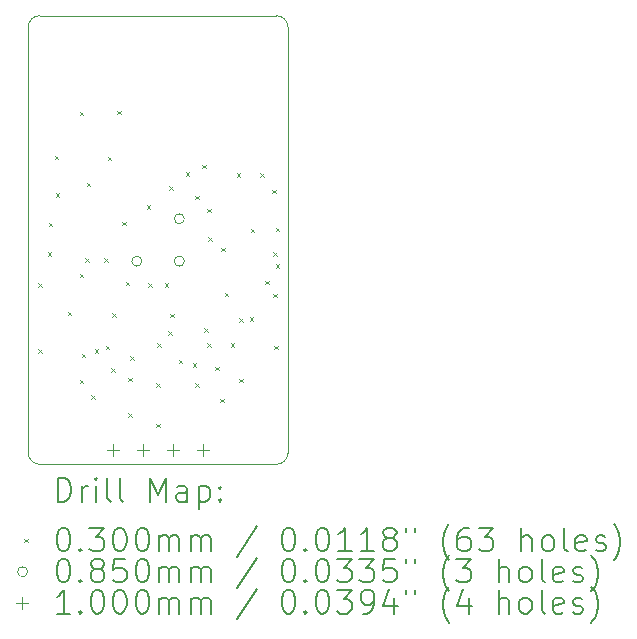
<source format=gbr>
%FSLAX45Y45*%
G04 Gerber Fmt 4.5, Leading zero omitted, Abs format (unit mm)*
G04 Created by KiCad (PCBNEW (6.0.2)) date 2022-05-16 11:26:37*
%MOMM*%
%LPD*%
G01*
G04 APERTURE LIST*
%TA.AperFunction,Profile*%
%ADD10C,0.100000*%
%TD*%
%ADD11C,0.200000*%
%ADD12C,0.030000*%
%ADD13C,0.085000*%
%ADD14C,0.100000*%
G04 APERTURE END LIST*
D10*
X0Y100000D02*
G75*
G03*
X100000Y0I100000J0D01*
G01*
X100000Y3800000D02*
X2100000Y3800000D01*
X2100000Y0D02*
X100000Y0D01*
X100000Y3800000D02*
G75*
G03*
X0Y3700000I0J-100000D01*
G01*
X2200000Y3700000D02*
X2200000Y100000D01*
X0Y100000D02*
X0Y3700000D01*
X2100000Y0D02*
G75*
G03*
X2200000Y100000I0J100000D01*
G01*
X2200000Y3700000D02*
G75*
G03*
X2100000Y3800000I-100000J0D01*
G01*
D11*
D12*
X85000Y1535000D02*
X115000Y1505000D01*
X115000Y1535000D02*
X85000Y1505000D01*
X85000Y975000D02*
X115000Y945000D01*
X115000Y975000D02*
X85000Y945000D01*
X165000Y1795000D02*
X195000Y1765000D01*
X195000Y1795000D02*
X165000Y1765000D01*
X175000Y2045000D02*
X205000Y2015000D01*
X205000Y2045000D02*
X175000Y2015000D01*
X225000Y2615000D02*
X255000Y2585000D01*
X255000Y2615000D02*
X225000Y2585000D01*
X235000Y2295000D02*
X265000Y2265000D01*
X265000Y2295000D02*
X235000Y2265000D01*
X336000Y1294000D02*
X366000Y1264000D01*
X366000Y1294000D02*
X336000Y1264000D01*
X435000Y2985000D02*
X465000Y2955000D01*
X465000Y2985000D02*
X435000Y2955000D01*
X435000Y1615000D02*
X465000Y1585000D01*
X465000Y1615000D02*
X435000Y1585000D01*
X435000Y715000D02*
X465000Y685000D01*
X465000Y715000D02*
X435000Y685000D01*
X455000Y935000D02*
X485000Y905000D01*
X485000Y935000D02*
X455000Y905000D01*
X485000Y1745000D02*
X515000Y1715000D01*
X515000Y1745000D02*
X485000Y1715000D01*
X495000Y2385000D02*
X525000Y2355000D01*
X525000Y2385000D02*
X495000Y2355000D01*
X535000Y585000D02*
X565000Y555000D01*
X565000Y585000D02*
X535000Y555000D01*
X565000Y975000D02*
X595000Y945000D01*
X595000Y975000D02*
X565000Y945000D01*
X645000Y1745000D02*
X675000Y1715000D01*
X675000Y1745000D02*
X645000Y1715000D01*
X655000Y1005000D02*
X685000Y975000D01*
X685000Y1005000D02*
X655000Y975000D01*
X675000Y2605000D02*
X705000Y2575000D01*
X705000Y2605000D02*
X675000Y2575000D01*
X705000Y815000D02*
X735000Y785000D01*
X735000Y815000D02*
X705000Y785000D01*
X711500Y1278500D02*
X741500Y1248500D01*
X741500Y1278500D02*
X711500Y1248500D01*
X755000Y2995000D02*
X785000Y2965000D01*
X785000Y2995000D02*
X755000Y2965000D01*
X795000Y2055000D02*
X825000Y2025000D01*
X825000Y2055000D02*
X795000Y2025000D01*
X825000Y1545000D02*
X855000Y1515000D01*
X855000Y1545000D02*
X825000Y1515000D01*
X845000Y735000D02*
X875000Y705000D01*
X875000Y735000D02*
X845000Y705000D01*
X845000Y435000D02*
X875000Y405000D01*
X875000Y435000D02*
X845000Y405000D01*
X865000Y915000D02*
X895000Y885000D01*
X895000Y915000D02*
X865000Y885000D01*
X1005000Y2195000D02*
X1035000Y2165000D01*
X1035000Y2195000D02*
X1005000Y2165000D01*
X1015000Y1535000D02*
X1045000Y1505000D01*
X1045000Y1535000D02*
X1015000Y1505000D01*
X1085000Y685000D02*
X1115000Y655000D01*
X1115000Y685000D02*
X1085000Y655000D01*
X1085000Y345000D02*
X1115000Y315000D01*
X1115000Y345000D02*
X1085000Y315000D01*
X1095000Y1025000D02*
X1125000Y995000D01*
X1125000Y1025000D02*
X1095000Y995000D01*
X1155000Y1535000D02*
X1185000Y1505000D01*
X1185000Y1535000D02*
X1155000Y1505000D01*
X1185000Y1125000D02*
X1215000Y1095000D01*
X1215000Y1125000D02*
X1185000Y1095000D01*
X1195000Y2355000D02*
X1225000Y2325000D01*
X1225000Y2355000D02*
X1195000Y2325000D01*
X1205000Y1275000D02*
X1235000Y1245000D01*
X1235000Y1275000D02*
X1205000Y1245000D01*
X1275000Y885000D02*
X1305000Y855000D01*
X1305000Y885000D02*
X1275000Y855000D01*
X1335000Y2475000D02*
X1365000Y2445000D01*
X1365000Y2475000D02*
X1335000Y2445000D01*
X1395000Y855000D02*
X1425000Y825000D01*
X1425000Y855000D02*
X1395000Y825000D01*
X1415000Y2275000D02*
X1445000Y2245000D01*
X1445000Y2275000D02*
X1415000Y2245000D01*
X1415000Y685000D02*
X1445000Y655000D01*
X1445000Y685000D02*
X1415000Y655000D01*
X1475000Y2535000D02*
X1505000Y2505000D01*
X1505000Y2535000D02*
X1475000Y2505000D01*
X1491500Y1151500D02*
X1521500Y1121500D01*
X1521500Y1151500D02*
X1491500Y1121500D01*
X1515000Y2165000D02*
X1545000Y2135000D01*
X1545000Y2165000D02*
X1515000Y2135000D01*
X1515000Y1025000D02*
X1545000Y995000D01*
X1545000Y1025000D02*
X1515000Y995000D01*
X1525000Y1925000D02*
X1555000Y1895000D01*
X1555000Y1925000D02*
X1525000Y1895000D01*
X1585000Y825000D02*
X1615000Y795000D01*
X1615000Y825000D02*
X1585000Y795000D01*
X1625000Y555000D02*
X1655000Y525000D01*
X1655000Y555000D02*
X1625000Y525000D01*
X1635000Y1835000D02*
X1665000Y1805000D01*
X1665000Y1835000D02*
X1635000Y1805000D01*
X1665000Y1455000D02*
X1695000Y1425000D01*
X1695000Y1455000D02*
X1665000Y1425000D01*
X1715000Y1025000D02*
X1745000Y995000D01*
X1745000Y1025000D02*
X1715000Y995000D01*
X1765000Y2465000D02*
X1795000Y2435000D01*
X1795000Y2465000D02*
X1765000Y2435000D01*
X1785000Y1235000D02*
X1815000Y1205000D01*
X1815000Y1235000D02*
X1785000Y1205000D01*
X1785000Y725000D02*
X1815000Y695000D01*
X1815000Y725000D02*
X1785000Y695000D01*
X1875000Y1245000D02*
X1905000Y1215000D01*
X1905000Y1245000D02*
X1875000Y1215000D01*
X1885000Y1995000D02*
X1915000Y1965000D01*
X1915000Y1995000D02*
X1885000Y1965000D01*
X1965000Y2465000D02*
X1995000Y2435000D01*
X1995000Y2465000D02*
X1965000Y2435000D01*
X2005000Y1555000D02*
X2035000Y1525000D01*
X2035000Y1555000D02*
X2005000Y1525000D01*
X2065000Y2325000D02*
X2095000Y2295000D01*
X2095000Y2325000D02*
X2065000Y2295000D01*
X2075000Y1795000D02*
X2105000Y1765000D01*
X2105000Y1795000D02*
X2075000Y1765000D01*
X2075000Y1445000D02*
X2105000Y1415000D01*
X2105000Y1445000D02*
X2075000Y1415000D01*
X2085000Y1005000D02*
X2115000Y975000D01*
X2115000Y1005000D02*
X2085000Y975000D01*
X2095000Y2005000D02*
X2125000Y1975000D01*
X2125000Y2005000D02*
X2095000Y1975000D01*
X2095000Y1695000D02*
X2125000Y1665000D01*
X2125000Y1695000D02*
X2095000Y1665000D01*
D13*
X962895Y1720395D02*
G75*
G03*
X962895Y1720395I-42500J0D01*
G01*
X1322105Y2079605D02*
G75*
G03*
X1322105Y2079605I-42500J0D01*
G01*
X1322105Y1720395D02*
G75*
G03*
X1322105Y1720395I-42500J0D01*
G01*
D14*
X719000Y170000D02*
X719000Y70000D01*
X669000Y120000D02*
X769000Y120000D01*
X973000Y170000D02*
X973000Y70000D01*
X923000Y120000D02*
X1023000Y120000D01*
X1227000Y170000D02*
X1227000Y70000D01*
X1177000Y120000D02*
X1277000Y120000D01*
X1481000Y170000D02*
X1481000Y70000D01*
X1431000Y120000D02*
X1531000Y120000D01*
D11*
X252619Y-315476D02*
X252619Y-115476D01*
X300238Y-115476D01*
X328810Y-125000D01*
X347857Y-144048D01*
X357381Y-163095D01*
X366905Y-201190D01*
X366905Y-229762D01*
X357381Y-267857D01*
X347857Y-286905D01*
X328810Y-305952D01*
X300238Y-315476D01*
X252619Y-315476D01*
X452619Y-315476D02*
X452619Y-182143D01*
X452619Y-220238D02*
X462143Y-201190D01*
X471667Y-191667D01*
X490714Y-182143D01*
X509762Y-182143D01*
X576429Y-315476D02*
X576429Y-182143D01*
X576429Y-115476D02*
X566905Y-125000D01*
X576429Y-134524D01*
X585952Y-125000D01*
X576429Y-115476D01*
X576429Y-134524D01*
X700238Y-315476D02*
X681190Y-305952D01*
X671667Y-286905D01*
X671667Y-115476D01*
X805000Y-315476D02*
X785952Y-305952D01*
X776428Y-286905D01*
X776428Y-115476D01*
X1033571Y-315476D02*
X1033571Y-115476D01*
X1100238Y-258333D01*
X1166905Y-115476D01*
X1166905Y-315476D01*
X1347857Y-315476D02*
X1347857Y-210714D01*
X1338333Y-191667D01*
X1319286Y-182143D01*
X1281190Y-182143D01*
X1262143Y-191667D01*
X1347857Y-305952D02*
X1328810Y-315476D01*
X1281190Y-315476D01*
X1262143Y-305952D01*
X1252619Y-286905D01*
X1252619Y-267857D01*
X1262143Y-248809D01*
X1281190Y-239286D01*
X1328810Y-239286D01*
X1347857Y-229762D01*
X1443095Y-182143D02*
X1443095Y-382143D01*
X1443095Y-191667D02*
X1462143Y-182143D01*
X1500238Y-182143D01*
X1519286Y-191667D01*
X1528809Y-201190D01*
X1538333Y-220238D01*
X1538333Y-277381D01*
X1528809Y-296429D01*
X1519286Y-305952D01*
X1500238Y-315476D01*
X1462143Y-315476D01*
X1443095Y-305952D01*
X1624048Y-296429D02*
X1633571Y-305952D01*
X1624048Y-315476D01*
X1614524Y-305952D01*
X1624048Y-296429D01*
X1624048Y-315476D01*
X1624048Y-191667D02*
X1633571Y-201190D01*
X1624048Y-210714D01*
X1614524Y-201190D01*
X1624048Y-191667D01*
X1624048Y-210714D01*
D12*
X-35000Y-630000D02*
X-5000Y-660000D01*
X-5000Y-630000D02*
X-35000Y-660000D01*
D11*
X290714Y-535476D02*
X309762Y-535476D01*
X328810Y-545000D01*
X338333Y-554524D01*
X347857Y-573571D01*
X357381Y-611667D01*
X357381Y-659286D01*
X347857Y-697381D01*
X338333Y-716428D01*
X328810Y-725952D01*
X309762Y-735476D01*
X290714Y-735476D01*
X271667Y-725952D01*
X262143Y-716428D01*
X252619Y-697381D01*
X243095Y-659286D01*
X243095Y-611667D01*
X252619Y-573571D01*
X262143Y-554524D01*
X271667Y-545000D01*
X290714Y-535476D01*
X443095Y-716428D02*
X452619Y-725952D01*
X443095Y-735476D01*
X433571Y-725952D01*
X443095Y-716428D01*
X443095Y-735476D01*
X519286Y-535476D02*
X643095Y-535476D01*
X576429Y-611667D01*
X605000Y-611667D01*
X624048Y-621190D01*
X633571Y-630714D01*
X643095Y-649762D01*
X643095Y-697381D01*
X633571Y-716428D01*
X624048Y-725952D01*
X605000Y-735476D01*
X547857Y-735476D01*
X528810Y-725952D01*
X519286Y-716428D01*
X766905Y-535476D02*
X785952Y-535476D01*
X805000Y-545000D01*
X814524Y-554524D01*
X824048Y-573571D01*
X833571Y-611667D01*
X833571Y-659286D01*
X824048Y-697381D01*
X814524Y-716428D01*
X805000Y-725952D01*
X785952Y-735476D01*
X766905Y-735476D01*
X747857Y-725952D01*
X738333Y-716428D01*
X728809Y-697381D01*
X719286Y-659286D01*
X719286Y-611667D01*
X728809Y-573571D01*
X738333Y-554524D01*
X747857Y-545000D01*
X766905Y-535476D01*
X957381Y-535476D02*
X976428Y-535476D01*
X995476Y-545000D01*
X1005000Y-554524D01*
X1014524Y-573571D01*
X1024048Y-611667D01*
X1024048Y-659286D01*
X1014524Y-697381D01*
X1005000Y-716428D01*
X995476Y-725952D01*
X976428Y-735476D01*
X957381Y-735476D01*
X938333Y-725952D01*
X928809Y-716428D01*
X919286Y-697381D01*
X909762Y-659286D01*
X909762Y-611667D01*
X919286Y-573571D01*
X928809Y-554524D01*
X938333Y-545000D01*
X957381Y-535476D01*
X1109762Y-735476D02*
X1109762Y-602143D01*
X1109762Y-621190D02*
X1119286Y-611667D01*
X1138333Y-602143D01*
X1166905Y-602143D01*
X1185952Y-611667D01*
X1195476Y-630714D01*
X1195476Y-735476D01*
X1195476Y-630714D02*
X1205000Y-611667D01*
X1224048Y-602143D01*
X1252619Y-602143D01*
X1271667Y-611667D01*
X1281190Y-630714D01*
X1281190Y-735476D01*
X1376429Y-735476D02*
X1376429Y-602143D01*
X1376429Y-621190D02*
X1385952Y-611667D01*
X1405000Y-602143D01*
X1433571Y-602143D01*
X1452619Y-611667D01*
X1462143Y-630714D01*
X1462143Y-735476D01*
X1462143Y-630714D02*
X1471667Y-611667D01*
X1490714Y-602143D01*
X1519286Y-602143D01*
X1538333Y-611667D01*
X1547857Y-630714D01*
X1547857Y-735476D01*
X1938333Y-525952D02*
X1766905Y-783095D01*
X2195476Y-535476D02*
X2214524Y-535476D01*
X2233571Y-545000D01*
X2243095Y-554524D01*
X2252619Y-573571D01*
X2262143Y-611667D01*
X2262143Y-659286D01*
X2252619Y-697381D01*
X2243095Y-716428D01*
X2233571Y-725952D01*
X2214524Y-735476D01*
X2195476Y-735476D01*
X2176429Y-725952D01*
X2166905Y-716428D01*
X2157381Y-697381D01*
X2147857Y-659286D01*
X2147857Y-611667D01*
X2157381Y-573571D01*
X2166905Y-554524D01*
X2176429Y-545000D01*
X2195476Y-535476D01*
X2347857Y-716428D02*
X2357381Y-725952D01*
X2347857Y-735476D01*
X2338333Y-725952D01*
X2347857Y-716428D01*
X2347857Y-735476D01*
X2481190Y-535476D02*
X2500238Y-535476D01*
X2519286Y-545000D01*
X2528810Y-554524D01*
X2538333Y-573571D01*
X2547857Y-611667D01*
X2547857Y-659286D01*
X2538333Y-697381D01*
X2528810Y-716428D01*
X2519286Y-725952D01*
X2500238Y-735476D01*
X2481190Y-735476D01*
X2462143Y-725952D01*
X2452619Y-716428D01*
X2443095Y-697381D01*
X2433571Y-659286D01*
X2433571Y-611667D01*
X2443095Y-573571D01*
X2452619Y-554524D01*
X2462143Y-545000D01*
X2481190Y-535476D01*
X2738333Y-735476D02*
X2624048Y-735476D01*
X2681190Y-735476D02*
X2681190Y-535476D01*
X2662143Y-564048D01*
X2643095Y-583095D01*
X2624048Y-592619D01*
X2928809Y-735476D02*
X2814524Y-735476D01*
X2871667Y-735476D02*
X2871667Y-535476D01*
X2852619Y-564048D01*
X2833571Y-583095D01*
X2814524Y-592619D01*
X3043095Y-621190D02*
X3024048Y-611667D01*
X3014524Y-602143D01*
X3005000Y-583095D01*
X3005000Y-573571D01*
X3014524Y-554524D01*
X3024048Y-545000D01*
X3043095Y-535476D01*
X3081190Y-535476D01*
X3100238Y-545000D01*
X3109762Y-554524D01*
X3119286Y-573571D01*
X3119286Y-583095D01*
X3109762Y-602143D01*
X3100238Y-611667D01*
X3081190Y-621190D01*
X3043095Y-621190D01*
X3024048Y-630714D01*
X3014524Y-640238D01*
X3005000Y-659286D01*
X3005000Y-697381D01*
X3014524Y-716428D01*
X3024048Y-725952D01*
X3043095Y-735476D01*
X3081190Y-735476D01*
X3100238Y-725952D01*
X3109762Y-716428D01*
X3119286Y-697381D01*
X3119286Y-659286D01*
X3109762Y-640238D01*
X3100238Y-630714D01*
X3081190Y-621190D01*
X3195476Y-535476D02*
X3195476Y-573571D01*
X3271667Y-535476D02*
X3271667Y-573571D01*
X3566905Y-811667D02*
X3557381Y-802143D01*
X3538333Y-773571D01*
X3528809Y-754524D01*
X3519286Y-725952D01*
X3509762Y-678333D01*
X3509762Y-640238D01*
X3519286Y-592619D01*
X3528809Y-564048D01*
X3538333Y-545000D01*
X3557381Y-516428D01*
X3566905Y-506905D01*
X3728809Y-535476D02*
X3690714Y-535476D01*
X3671667Y-545000D01*
X3662143Y-554524D01*
X3643095Y-583095D01*
X3633571Y-621190D01*
X3633571Y-697381D01*
X3643095Y-716428D01*
X3652619Y-725952D01*
X3671667Y-735476D01*
X3709762Y-735476D01*
X3728809Y-725952D01*
X3738333Y-716428D01*
X3747857Y-697381D01*
X3747857Y-649762D01*
X3738333Y-630714D01*
X3728809Y-621190D01*
X3709762Y-611667D01*
X3671667Y-611667D01*
X3652619Y-621190D01*
X3643095Y-630714D01*
X3633571Y-649762D01*
X3814524Y-535476D02*
X3938333Y-535476D01*
X3871667Y-611667D01*
X3900238Y-611667D01*
X3919286Y-621190D01*
X3928809Y-630714D01*
X3938333Y-649762D01*
X3938333Y-697381D01*
X3928809Y-716428D01*
X3919286Y-725952D01*
X3900238Y-735476D01*
X3843095Y-735476D01*
X3824048Y-725952D01*
X3814524Y-716428D01*
X4176428Y-735476D02*
X4176428Y-535476D01*
X4262143Y-735476D02*
X4262143Y-630714D01*
X4252619Y-611667D01*
X4233571Y-602143D01*
X4205000Y-602143D01*
X4185952Y-611667D01*
X4176428Y-621190D01*
X4385952Y-735476D02*
X4366905Y-725952D01*
X4357381Y-716428D01*
X4347857Y-697381D01*
X4347857Y-640238D01*
X4357381Y-621190D01*
X4366905Y-611667D01*
X4385952Y-602143D01*
X4414524Y-602143D01*
X4433571Y-611667D01*
X4443095Y-621190D01*
X4452619Y-640238D01*
X4452619Y-697381D01*
X4443095Y-716428D01*
X4433571Y-725952D01*
X4414524Y-735476D01*
X4385952Y-735476D01*
X4566905Y-735476D02*
X4547857Y-725952D01*
X4538333Y-706905D01*
X4538333Y-535476D01*
X4719286Y-725952D02*
X4700238Y-735476D01*
X4662143Y-735476D01*
X4643095Y-725952D01*
X4633571Y-706905D01*
X4633571Y-630714D01*
X4643095Y-611667D01*
X4662143Y-602143D01*
X4700238Y-602143D01*
X4719286Y-611667D01*
X4728810Y-630714D01*
X4728810Y-649762D01*
X4633571Y-668810D01*
X4805000Y-725952D02*
X4824048Y-735476D01*
X4862143Y-735476D01*
X4881190Y-725952D01*
X4890714Y-706905D01*
X4890714Y-697381D01*
X4881190Y-678333D01*
X4862143Y-668810D01*
X4833571Y-668810D01*
X4814524Y-659286D01*
X4805000Y-640238D01*
X4805000Y-630714D01*
X4814524Y-611667D01*
X4833571Y-602143D01*
X4862143Y-602143D01*
X4881190Y-611667D01*
X4957381Y-811667D02*
X4966905Y-802143D01*
X4985952Y-773571D01*
X4995476Y-754524D01*
X5005000Y-725952D01*
X5014524Y-678333D01*
X5014524Y-640238D01*
X5005000Y-592619D01*
X4995476Y-564048D01*
X4985952Y-545000D01*
X4966905Y-516428D01*
X4957381Y-506905D01*
D13*
X-5000Y-909000D02*
G75*
G03*
X-5000Y-909000I-42500J0D01*
G01*
D11*
X290714Y-799476D02*
X309762Y-799476D01*
X328810Y-809000D01*
X338333Y-818524D01*
X347857Y-837571D01*
X357381Y-875667D01*
X357381Y-923286D01*
X347857Y-961381D01*
X338333Y-980428D01*
X328810Y-989952D01*
X309762Y-999476D01*
X290714Y-999476D01*
X271667Y-989952D01*
X262143Y-980428D01*
X252619Y-961381D01*
X243095Y-923286D01*
X243095Y-875667D01*
X252619Y-837571D01*
X262143Y-818524D01*
X271667Y-809000D01*
X290714Y-799476D01*
X443095Y-980428D02*
X452619Y-989952D01*
X443095Y-999476D01*
X433571Y-989952D01*
X443095Y-980428D01*
X443095Y-999476D01*
X566905Y-885190D02*
X547857Y-875667D01*
X538333Y-866143D01*
X528810Y-847095D01*
X528810Y-837571D01*
X538333Y-818524D01*
X547857Y-809000D01*
X566905Y-799476D01*
X605000Y-799476D01*
X624048Y-809000D01*
X633571Y-818524D01*
X643095Y-837571D01*
X643095Y-847095D01*
X633571Y-866143D01*
X624048Y-875667D01*
X605000Y-885190D01*
X566905Y-885190D01*
X547857Y-894714D01*
X538333Y-904238D01*
X528810Y-923286D01*
X528810Y-961381D01*
X538333Y-980428D01*
X547857Y-989952D01*
X566905Y-999476D01*
X605000Y-999476D01*
X624048Y-989952D01*
X633571Y-980428D01*
X643095Y-961381D01*
X643095Y-923286D01*
X633571Y-904238D01*
X624048Y-894714D01*
X605000Y-885190D01*
X824048Y-799476D02*
X728809Y-799476D01*
X719286Y-894714D01*
X728809Y-885190D01*
X747857Y-875667D01*
X795476Y-875667D01*
X814524Y-885190D01*
X824048Y-894714D01*
X833571Y-913762D01*
X833571Y-961381D01*
X824048Y-980428D01*
X814524Y-989952D01*
X795476Y-999476D01*
X747857Y-999476D01*
X728809Y-989952D01*
X719286Y-980428D01*
X957381Y-799476D02*
X976428Y-799476D01*
X995476Y-809000D01*
X1005000Y-818524D01*
X1014524Y-837571D01*
X1024048Y-875667D01*
X1024048Y-923286D01*
X1014524Y-961381D01*
X1005000Y-980428D01*
X995476Y-989952D01*
X976428Y-999476D01*
X957381Y-999476D01*
X938333Y-989952D01*
X928809Y-980428D01*
X919286Y-961381D01*
X909762Y-923286D01*
X909762Y-875667D01*
X919286Y-837571D01*
X928809Y-818524D01*
X938333Y-809000D01*
X957381Y-799476D01*
X1109762Y-999476D02*
X1109762Y-866143D01*
X1109762Y-885190D02*
X1119286Y-875667D01*
X1138333Y-866143D01*
X1166905Y-866143D01*
X1185952Y-875667D01*
X1195476Y-894714D01*
X1195476Y-999476D01*
X1195476Y-894714D02*
X1205000Y-875667D01*
X1224048Y-866143D01*
X1252619Y-866143D01*
X1271667Y-875667D01*
X1281190Y-894714D01*
X1281190Y-999476D01*
X1376429Y-999476D02*
X1376429Y-866143D01*
X1376429Y-885190D02*
X1385952Y-875667D01*
X1405000Y-866143D01*
X1433571Y-866143D01*
X1452619Y-875667D01*
X1462143Y-894714D01*
X1462143Y-999476D01*
X1462143Y-894714D02*
X1471667Y-875667D01*
X1490714Y-866143D01*
X1519286Y-866143D01*
X1538333Y-875667D01*
X1547857Y-894714D01*
X1547857Y-999476D01*
X1938333Y-789952D02*
X1766905Y-1047095D01*
X2195476Y-799476D02*
X2214524Y-799476D01*
X2233571Y-809000D01*
X2243095Y-818524D01*
X2252619Y-837571D01*
X2262143Y-875667D01*
X2262143Y-923286D01*
X2252619Y-961381D01*
X2243095Y-980428D01*
X2233571Y-989952D01*
X2214524Y-999476D01*
X2195476Y-999476D01*
X2176429Y-989952D01*
X2166905Y-980428D01*
X2157381Y-961381D01*
X2147857Y-923286D01*
X2147857Y-875667D01*
X2157381Y-837571D01*
X2166905Y-818524D01*
X2176429Y-809000D01*
X2195476Y-799476D01*
X2347857Y-980428D02*
X2357381Y-989952D01*
X2347857Y-999476D01*
X2338333Y-989952D01*
X2347857Y-980428D01*
X2347857Y-999476D01*
X2481190Y-799476D02*
X2500238Y-799476D01*
X2519286Y-809000D01*
X2528810Y-818524D01*
X2538333Y-837571D01*
X2547857Y-875667D01*
X2547857Y-923286D01*
X2538333Y-961381D01*
X2528810Y-980428D01*
X2519286Y-989952D01*
X2500238Y-999476D01*
X2481190Y-999476D01*
X2462143Y-989952D01*
X2452619Y-980428D01*
X2443095Y-961381D01*
X2433571Y-923286D01*
X2433571Y-875667D01*
X2443095Y-837571D01*
X2452619Y-818524D01*
X2462143Y-809000D01*
X2481190Y-799476D01*
X2614524Y-799476D02*
X2738333Y-799476D01*
X2671667Y-875667D01*
X2700238Y-875667D01*
X2719286Y-885190D01*
X2728810Y-894714D01*
X2738333Y-913762D01*
X2738333Y-961381D01*
X2728810Y-980428D01*
X2719286Y-989952D01*
X2700238Y-999476D01*
X2643095Y-999476D01*
X2624048Y-989952D01*
X2614524Y-980428D01*
X2805000Y-799476D02*
X2928809Y-799476D01*
X2862143Y-875667D01*
X2890714Y-875667D01*
X2909762Y-885190D01*
X2919286Y-894714D01*
X2928809Y-913762D01*
X2928809Y-961381D01*
X2919286Y-980428D01*
X2909762Y-989952D01*
X2890714Y-999476D01*
X2833571Y-999476D01*
X2814524Y-989952D01*
X2805000Y-980428D01*
X3109762Y-799476D02*
X3014524Y-799476D01*
X3005000Y-894714D01*
X3014524Y-885190D01*
X3033571Y-875667D01*
X3081190Y-875667D01*
X3100238Y-885190D01*
X3109762Y-894714D01*
X3119286Y-913762D01*
X3119286Y-961381D01*
X3109762Y-980428D01*
X3100238Y-989952D01*
X3081190Y-999476D01*
X3033571Y-999476D01*
X3014524Y-989952D01*
X3005000Y-980428D01*
X3195476Y-799476D02*
X3195476Y-837571D01*
X3271667Y-799476D02*
X3271667Y-837571D01*
X3566905Y-1075667D02*
X3557381Y-1066143D01*
X3538333Y-1037571D01*
X3528809Y-1018524D01*
X3519286Y-989952D01*
X3509762Y-942333D01*
X3509762Y-904238D01*
X3519286Y-856619D01*
X3528809Y-828048D01*
X3538333Y-809000D01*
X3557381Y-780428D01*
X3566905Y-770905D01*
X3624048Y-799476D02*
X3747857Y-799476D01*
X3681190Y-875667D01*
X3709762Y-875667D01*
X3728809Y-885190D01*
X3738333Y-894714D01*
X3747857Y-913762D01*
X3747857Y-961381D01*
X3738333Y-980428D01*
X3728809Y-989952D01*
X3709762Y-999476D01*
X3652619Y-999476D01*
X3633571Y-989952D01*
X3624048Y-980428D01*
X3985952Y-999476D02*
X3985952Y-799476D01*
X4071667Y-999476D02*
X4071667Y-894714D01*
X4062143Y-875667D01*
X4043095Y-866143D01*
X4014524Y-866143D01*
X3995476Y-875667D01*
X3985952Y-885190D01*
X4195476Y-999476D02*
X4176428Y-989952D01*
X4166905Y-980428D01*
X4157381Y-961381D01*
X4157381Y-904238D01*
X4166905Y-885190D01*
X4176428Y-875667D01*
X4195476Y-866143D01*
X4224048Y-866143D01*
X4243095Y-875667D01*
X4252619Y-885190D01*
X4262143Y-904238D01*
X4262143Y-961381D01*
X4252619Y-980428D01*
X4243095Y-989952D01*
X4224048Y-999476D01*
X4195476Y-999476D01*
X4376429Y-999476D02*
X4357381Y-989952D01*
X4347857Y-970905D01*
X4347857Y-799476D01*
X4528810Y-989952D02*
X4509762Y-999476D01*
X4471667Y-999476D01*
X4452619Y-989952D01*
X4443095Y-970905D01*
X4443095Y-894714D01*
X4452619Y-875667D01*
X4471667Y-866143D01*
X4509762Y-866143D01*
X4528810Y-875667D01*
X4538333Y-894714D01*
X4538333Y-913762D01*
X4443095Y-932809D01*
X4614524Y-989952D02*
X4633571Y-999476D01*
X4671667Y-999476D01*
X4690714Y-989952D01*
X4700238Y-970905D01*
X4700238Y-961381D01*
X4690714Y-942333D01*
X4671667Y-932809D01*
X4643095Y-932809D01*
X4624048Y-923286D01*
X4614524Y-904238D01*
X4614524Y-894714D01*
X4624048Y-875667D01*
X4643095Y-866143D01*
X4671667Y-866143D01*
X4690714Y-875667D01*
X4766905Y-1075667D02*
X4776429Y-1066143D01*
X4795476Y-1037571D01*
X4805000Y-1018524D01*
X4814524Y-989952D01*
X4824048Y-942333D01*
X4824048Y-904238D01*
X4814524Y-856619D01*
X4805000Y-828048D01*
X4795476Y-809000D01*
X4776429Y-780428D01*
X4766905Y-770905D01*
D14*
X-55000Y-1123000D02*
X-55000Y-1223000D01*
X-105000Y-1173000D02*
X-5000Y-1173000D01*
D11*
X357381Y-1263476D02*
X243095Y-1263476D01*
X300238Y-1263476D02*
X300238Y-1063476D01*
X281190Y-1092048D01*
X262143Y-1111095D01*
X243095Y-1120619D01*
X443095Y-1244429D02*
X452619Y-1253952D01*
X443095Y-1263476D01*
X433571Y-1253952D01*
X443095Y-1244429D01*
X443095Y-1263476D01*
X576429Y-1063476D02*
X595476Y-1063476D01*
X614524Y-1073000D01*
X624048Y-1082524D01*
X633571Y-1101571D01*
X643095Y-1139667D01*
X643095Y-1187286D01*
X633571Y-1225381D01*
X624048Y-1244429D01*
X614524Y-1253952D01*
X595476Y-1263476D01*
X576429Y-1263476D01*
X557381Y-1253952D01*
X547857Y-1244429D01*
X538333Y-1225381D01*
X528810Y-1187286D01*
X528810Y-1139667D01*
X538333Y-1101571D01*
X547857Y-1082524D01*
X557381Y-1073000D01*
X576429Y-1063476D01*
X766905Y-1063476D02*
X785952Y-1063476D01*
X805000Y-1073000D01*
X814524Y-1082524D01*
X824048Y-1101571D01*
X833571Y-1139667D01*
X833571Y-1187286D01*
X824048Y-1225381D01*
X814524Y-1244429D01*
X805000Y-1253952D01*
X785952Y-1263476D01*
X766905Y-1263476D01*
X747857Y-1253952D01*
X738333Y-1244429D01*
X728809Y-1225381D01*
X719286Y-1187286D01*
X719286Y-1139667D01*
X728809Y-1101571D01*
X738333Y-1082524D01*
X747857Y-1073000D01*
X766905Y-1063476D01*
X957381Y-1063476D02*
X976428Y-1063476D01*
X995476Y-1073000D01*
X1005000Y-1082524D01*
X1014524Y-1101571D01*
X1024048Y-1139667D01*
X1024048Y-1187286D01*
X1014524Y-1225381D01*
X1005000Y-1244429D01*
X995476Y-1253952D01*
X976428Y-1263476D01*
X957381Y-1263476D01*
X938333Y-1253952D01*
X928809Y-1244429D01*
X919286Y-1225381D01*
X909762Y-1187286D01*
X909762Y-1139667D01*
X919286Y-1101571D01*
X928809Y-1082524D01*
X938333Y-1073000D01*
X957381Y-1063476D01*
X1109762Y-1263476D02*
X1109762Y-1130143D01*
X1109762Y-1149190D02*
X1119286Y-1139667D01*
X1138333Y-1130143D01*
X1166905Y-1130143D01*
X1185952Y-1139667D01*
X1195476Y-1158714D01*
X1195476Y-1263476D01*
X1195476Y-1158714D02*
X1205000Y-1139667D01*
X1224048Y-1130143D01*
X1252619Y-1130143D01*
X1271667Y-1139667D01*
X1281190Y-1158714D01*
X1281190Y-1263476D01*
X1376429Y-1263476D02*
X1376429Y-1130143D01*
X1376429Y-1149190D02*
X1385952Y-1139667D01*
X1405000Y-1130143D01*
X1433571Y-1130143D01*
X1452619Y-1139667D01*
X1462143Y-1158714D01*
X1462143Y-1263476D01*
X1462143Y-1158714D02*
X1471667Y-1139667D01*
X1490714Y-1130143D01*
X1519286Y-1130143D01*
X1538333Y-1139667D01*
X1547857Y-1158714D01*
X1547857Y-1263476D01*
X1938333Y-1053952D02*
X1766905Y-1311095D01*
X2195476Y-1063476D02*
X2214524Y-1063476D01*
X2233571Y-1073000D01*
X2243095Y-1082524D01*
X2252619Y-1101571D01*
X2262143Y-1139667D01*
X2262143Y-1187286D01*
X2252619Y-1225381D01*
X2243095Y-1244429D01*
X2233571Y-1253952D01*
X2214524Y-1263476D01*
X2195476Y-1263476D01*
X2176429Y-1253952D01*
X2166905Y-1244429D01*
X2157381Y-1225381D01*
X2147857Y-1187286D01*
X2147857Y-1139667D01*
X2157381Y-1101571D01*
X2166905Y-1082524D01*
X2176429Y-1073000D01*
X2195476Y-1063476D01*
X2347857Y-1244429D02*
X2357381Y-1253952D01*
X2347857Y-1263476D01*
X2338333Y-1253952D01*
X2347857Y-1244429D01*
X2347857Y-1263476D01*
X2481190Y-1063476D02*
X2500238Y-1063476D01*
X2519286Y-1073000D01*
X2528810Y-1082524D01*
X2538333Y-1101571D01*
X2547857Y-1139667D01*
X2547857Y-1187286D01*
X2538333Y-1225381D01*
X2528810Y-1244429D01*
X2519286Y-1253952D01*
X2500238Y-1263476D01*
X2481190Y-1263476D01*
X2462143Y-1253952D01*
X2452619Y-1244429D01*
X2443095Y-1225381D01*
X2433571Y-1187286D01*
X2433571Y-1139667D01*
X2443095Y-1101571D01*
X2452619Y-1082524D01*
X2462143Y-1073000D01*
X2481190Y-1063476D01*
X2614524Y-1063476D02*
X2738333Y-1063476D01*
X2671667Y-1139667D01*
X2700238Y-1139667D01*
X2719286Y-1149190D01*
X2728810Y-1158714D01*
X2738333Y-1177762D01*
X2738333Y-1225381D01*
X2728810Y-1244429D01*
X2719286Y-1253952D01*
X2700238Y-1263476D01*
X2643095Y-1263476D01*
X2624048Y-1253952D01*
X2614524Y-1244429D01*
X2833571Y-1263476D02*
X2871667Y-1263476D01*
X2890714Y-1253952D01*
X2900238Y-1244429D01*
X2919286Y-1215857D01*
X2928809Y-1177762D01*
X2928809Y-1101571D01*
X2919286Y-1082524D01*
X2909762Y-1073000D01*
X2890714Y-1063476D01*
X2852619Y-1063476D01*
X2833571Y-1073000D01*
X2824048Y-1082524D01*
X2814524Y-1101571D01*
X2814524Y-1149190D01*
X2824048Y-1168238D01*
X2833571Y-1177762D01*
X2852619Y-1187286D01*
X2890714Y-1187286D01*
X2909762Y-1177762D01*
X2919286Y-1168238D01*
X2928809Y-1149190D01*
X3100238Y-1130143D02*
X3100238Y-1263476D01*
X3052619Y-1053952D02*
X3005000Y-1196810D01*
X3128809Y-1196810D01*
X3195476Y-1063476D02*
X3195476Y-1101571D01*
X3271667Y-1063476D02*
X3271667Y-1101571D01*
X3566905Y-1339667D02*
X3557381Y-1330143D01*
X3538333Y-1301571D01*
X3528809Y-1282524D01*
X3519286Y-1253952D01*
X3509762Y-1206333D01*
X3509762Y-1168238D01*
X3519286Y-1120619D01*
X3528809Y-1092048D01*
X3538333Y-1073000D01*
X3557381Y-1044428D01*
X3566905Y-1034905D01*
X3728809Y-1130143D02*
X3728809Y-1263476D01*
X3681190Y-1053952D02*
X3633571Y-1196810D01*
X3757381Y-1196810D01*
X3985952Y-1263476D02*
X3985952Y-1063476D01*
X4071667Y-1263476D02*
X4071667Y-1158714D01*
X4062143Y-1139667D01*
X4043095Y-1130143D01*
X4014524Y-1130143D01*
X3995476Y-1139667D01*
X3985952Y-1149190D01*
X4195476Y-1263476D02*
X4176428Y-1253952D01*
X4166905Y-1244429D01*
X4157381Y-1225381D01*
X4157381Y-1168238D01*
X4166905Y-1149190D01*
X4176428Y-1139667D01*
X4195476Y-1130143D01*
X4224048Y-1130143D01*
X4243095Y-1139667D01*
X4252619Y-1149190D01*
X4262143Y-1168238D01*
X4262143Y-1225381D01*
X4252619Y-1244429D01*
X4243095Y-1253952D01*
X4224048Y-1263476D01*
X4195476Y-1263476D01*
X4376429Y-1263476D02*
X4357381Y-1253952D01*
X4347857Y-1234905D01*
X4347857Y-1063476D01*
X4528810Y-1253952D02*
X4509762Y-1263476D01*
X4471667Y-1263476D01*
X4452619Y-1253952D01*
X4443095Y-1234905D01*
X4443095Y-1158714D01*
X4452619Y-1139667D01*
X4471667Y-1130143D01*
X4509762Y-1130143D01*
X4528810Y-1139667D01*
X4538333Y-1158714D01*
X4538333Y-1177762D01*
X4443095Y-1196810D01*
X4614524Y-1253952D02*
X4633571Y-1263476D01*
X4671667Y-1263476D01*
X4690714Y-1253952D01*
X4700238Y-1234905D01*
X4700238Y-1225381D01*
X4690714Y-1206333D01*
X4671667Y-1196810D01*
X4643095Y-1196810D01*
X4624048Y-1187286D01*
X4614524Y-1168238D01*
X4614524Y-1158714D01*
X4624048Y-1139667D01*
X4643095Y-1130143D01*
X4671667Y-1130143D01*
X4690714Y-1139667D01*
X4766905Y-1339667D02*
X4776429Y-1330143D01*
X4795476Y-1301571D01*
X4805000Y-1282524D01*
X4814524Y-1253952D01*
X4824048Y-1206333D01*
X4824048Y-1168238D01*
X4814524Y-1120619D01*
X4805000Y-1092048D01*
X4795476Y-1073000D01*
X4776429Y-1044428D01*
X4766905Y-1034905D01*
M02*

</source>
